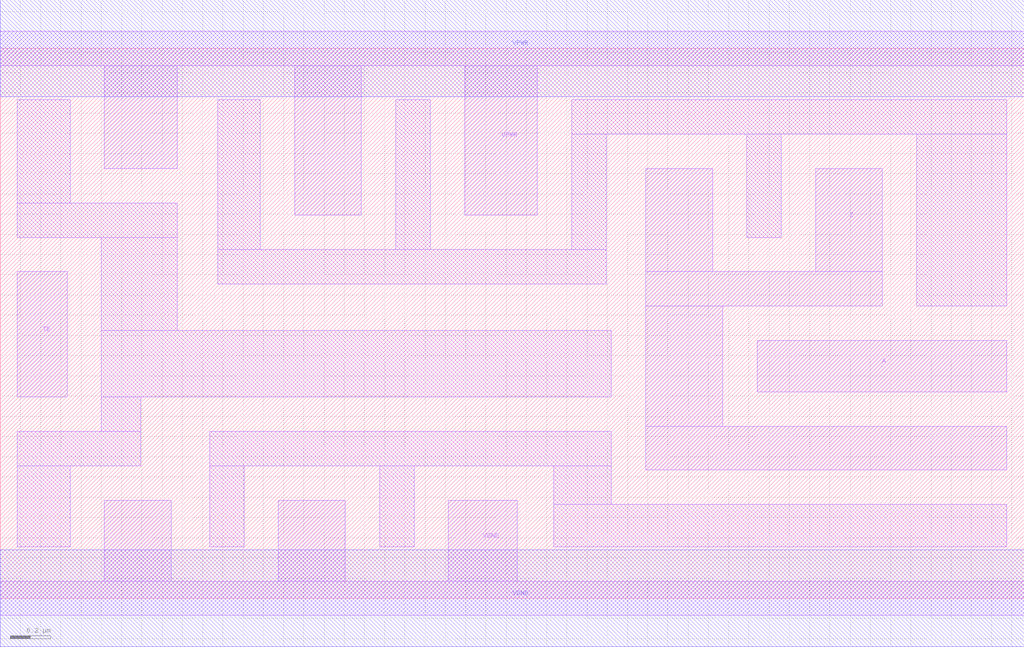
<source format=lef>
# Copyright 2020 The SkyWater PDK Authors
#
# Licensed under the Apache License, Version 2.0 (the "License");
# you may not use this file except in compliance with the License.
# You may obtain a copy of the License at
#
#     https://www.apache.org/licenses/LICENSE-2.0
#
# Unless required by applicable law or agreed to in writing, software
# distributed under the License is distributed on an "AS IS" BASIS,
# WITHOUT WARRANTIES OR CONDITIONS OF ANY KIND, either express or implied.
# See the License for the specific language governing permissions and
# limitations under the License.
#
# SPDX-License-Identifier: Apache-2.0

VERSION 5.5 ;
NAMESCASESENSITIVE ON ;
BUSBITCHARS "[]" ;
DIVIDERCHAR "/" ;
MACRO sky130_fd_sc_hd__einvp_4
  CLASS CORE ;
  SOURCE USER ;
  ORIGIN  0.000000  0.000000 ;
  SIZE  5.060000 BY  2.720000 ;
  SYMMETRY X Y R90 ;
  SITE unithd ;
  PIN A
    ANTENNAGATEAREA  0.990000 ;
    DIRECTION INPUT ;
    USE SIGNAL ;
    PORT
      LAYER li1 ;
        RECT 3.740000 1.020000 4.975000 1.275000 ;
    END
  END A
  PIN TE
    ANTENNAGATEAREA  0.637500 ;
    DIRECTION INPUT ;
    USE SIGNAL ;
    PORT
      LAYER li1 ;
        RECT 0.085000 0.995000 0.330000 1.615000 ;
    END
  END TE
  PIN Z
    ANTENNADIFFAREA  0.891000 ;
    DIRECTION OUTPUT ;
    USE SIGNAL ;
    PORT
      LAYER li1 ;
        RECT 3.190000 0.635000 4.975000 0.850000 ;
        RECT 3.190000 0.850000 3.570000 1.445000 ;
        RECT 3.190000 1.445000 4.360000 1.615000 ;
        RECT 3.190000 1.615000 3.520000 2.125000 ;
        RECT 4.030000 1.615000 4.360000 2.125000 ;
    END
  END Z
  PIN VGND
    DIRECTION INOUT ;
    SHAPE ABUTMENT ;
    USE GROUND ;
    PORT
      LAYER li1 ;
        RECT 0.000000 -0.085000 5.060000 0.085000 ;
        RECT 0.515000  0.085000 0.845000 0.485000 ;
        RECT 1.375000  0.085000 1.705000 0.485000 ;
        RECT 2.215000  0.085000 2.555000 0.485000 ;
    END
    PORT
      LAYER met1 ;
        RECT 0.000000 -0.240000 5.060000 0.240000 ;
    END
  END VGND
  PIN VPWR
    DIRECTION INOUT ;
    SHAPE ABUTMENT ;
    USE POWER ;
    PORT
      LAYER li1 ;
        RECT 0.000000 2.635000 5.060000 2.805000 ;
        RECT 0.515000 2.125000 0.875000 2.635000 ;
        RECT 1.455000 1.895000 1.785000 2.635000 ;
        RECT 2.295000 1.895000 2.655000 2.635000 ;
    END
    PORT
      LAYER met1 ;
        RECT 0.000000 2.480000 5.060000 2.960000 ;
    END
  END VPWR
  OBS
    LAYER li1 ;
      RECT 0.085000 0.255000 0.345000 0.655000 ;
      RECT 0.085000 0.655000 0.695000 0.825000 ;
      RECT 0.085000 1.785000 0.875000 1.955000 ;
      RECT 0.085000 1.955000 0.345000 2.465000 ;
      RECT 0.500000 0.825000 0.695000 0.995000 ;
      RECT 0.500000 0.995000 3.020000 1.325000 ;
      RECT 0.500000 1.325000 0.875000 1.785000 ;
      RECT 1.035000 0.255000 1.205000 0.655000 ;
      RECT 1.035000 0.655000 3.020000 0.825000 ;
      RECT 1.075000 1.555000 2.995000 1.725000 ;
      RECT 1.075000 1.725000 1.285000 2.465000 ;
      RECT 1.875000 0.255000 2.045000 0.655000 ;
      RECT 1.955000 1.725000 2.125000 2.465000 ;
      RECT 2.735000 0.255000 4.975000 0.465000 ;
      RECT 2.735000 0.465000 3.020000 0.655000 ;
      RECT 2.825000 1.725000 2.995000 2.295000 ;
      RECT 2.825000 2.295000 4.975000 2.465000 ;
      RECT 3.690000 1.785000 3.860000 2.295000 ;
      RECT 4.530000 1.445000 4.975000 2.295000 ;
  END
END sky130_fd_sc_hd__einvp_4
END LIBRARY

</source>
